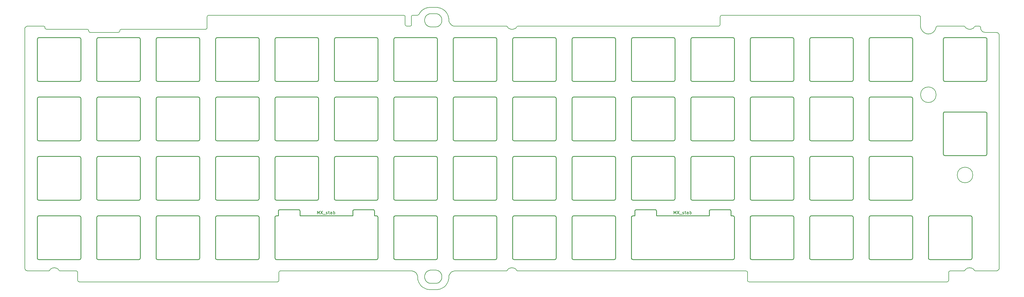
<source format=gbr>
G04 #@! TF.GenerationSoftware,KiCad,Pcbnew,8.0.2-1.fc39*
G04 #@! TF.CreationDate,2024-05-29T21:02:28-04:00*
G04 #@! TF.ProjectId,KeychronQ9OrthoIntegrated,4b657963-6872-46f6-9e51-394f7274686f,rev?*
G04 #@! TF.SameCoordinates,Original*
G04 #@! TF.FileFunction,Other,Comment*
%FSLAX46Y46*%
G04 Gerber Fmt 4.6, Leading zero omitted, Abs format (unit mm)*
G04 Created by KiCad (PCBNEW 8.0.2-1.fc39) date 2024-05-29 21:02:28*
%MOMM*%
%LPD*%
G01*
G04 APERTURE LIST*
%ADD10C,0.250000*%
%ADD11C,0.200000*%
%ADD12C,0.150000*%
G04 APERTURE END LIST*
D10*
X76039998Y-18410000D02*
X89039998Y-18410000D01*
X216977267Y-74060005D02*
X216904880Y-73800736D01*
X216715596Y-73620352D01*
X216477267Y-73560005D01*
X108089993Y-18410000D02*
X108349261Y-18482386D01*
X108529645Y-18671670D01*
X108589993Y-18910000D01*
X89040259Y-51460005D02*
X76040259Y-51460005D01*
D11*
X95896254Y-96235005D02*
X95896254Y-93735005D01*
D10*
X127640003Y-31910000D02*
X127567616Y-32169268D01*
X127378332Y-32349652D01*
X127140003Y-32410000D01*
D11*
X169214018Y-15033074D02*
X169085893Y-14860023D01*
X168903151Y-14756381D01*
X168760648Y-14735005D01*
D10*
X165740262Y-89060005D02*
X165740262Y-76060005D01*
X18390261Y-37960005D02*
X18462647Y-37700736D01*
X18651931Y-37520352D01*
X18890261Y-37460005D01*
D11*
X318402508Y-62472005D02*
G75*
G02*
X313402508Y-62472005I-2500000J0D01*
G01*
X313402508Y-62472005D02*
G75*
G02*
X318402508Y-62472005I2500000J0D01*
G01*
D10*
X70490258Y-89060005D02*
X70417871Y-89319273D01*
X70228587Y-89499657D01*
X69990258Y-89560005D01*
X247489983Y-70510000D02*
X247230714Y-70437613D01*
X247050330Y-70248329D01*
X246989983Y-70010000D01*
D11*
X136396254Y-14235005D02*
X136396254Y-11735005D01*
X325896254Y-16735005D02*
X322396252Y-16735005D01*
D10*
X222390252Y-89560005D02*
X209390252Y-89560005D01*
X203340269Y-51460005D02*
X190340269Y-51460005D01*
X285090008Y-37960000D02*
X285162394Y-37700731D01*
X285351678Y-37520347D01*
X285590008Y-37460000D01*
X114140003Y-32410000D02*
X113880734Y-32337613D01*
X113700350Y-32148329D01*
X113640003Y-31910000D01*
X127140259Y-75559611D02*
X126553279Y-75559611D01*
X184290259Y-37460005D02*
X184549527Y-37532391D01*
X184729911Y-37721675D01*
X184790259Y-37960005D01*
X208890252Y-70010005D02*
X208890252Y-57010005D01*
X222889990Y-18910000D02*
X222889990Y-31910000D01*
X266539998Y-75559611D02*
X279539998Y-75559611D01*
X184290259Y-56510005D02*
X184549527Y-56582391D01*
X184729911Y-56771675D01*
X184790259Y-57010005D01*
X227939985Y-31910000D02*
X227939985Y-18910000D01*
X114140264Y-37460005D02*
X127140264Y-37460005D01*
D11*
X144646254Y-14985005D02*
X146146254Y-14985005D01*
D10*
X222389990Y-18410000D02*
X222649258Y-18482386D01*
X222829642Y-18671670D01*
X222889990Y-18910000D01*
X76040259Y-37460005D02*
X89040259Y-37460005D01*
X246989988Y-89059611D02*
X247062374Y-89318879D01*
X247251658Y-89499263D01*
X247489988Y-89559611D01*
X127640259Y-89059611D02*
X127640259Y-76059611D01*
X127640003Y-18910000D02*
X127640003Y-31910000D01*
X279539998Y-75559611D02*
X279799266Y-75631997D01*
X279979650Y-75821281D01*
X280039998Y-76059611D01*
X108590254Y-37960005D02*
X108590254Y-50960005D01*
X152240259Y-70510005D02*
X151980990Y-70437618D01*
X151800606Y-70248334D01*
X151740259Y-70010005D01*
X69990258Y-37460005D02*
X70249526Y-37532391D01*
X70429910Y-37721675D01*
X70490258Y-37960005D01*
X31890000Y-32410000D02*
X18890000Y-32410000D01*
X222890252Y-57010005D02*
X222890252Y-70010005D01*
X208890252Y-37960005D02*
X208962638Y-37700736D01*
X209151922Y-37520352D01*
X209390252Y-37460005D01*
X37940256Y-89560005D02*
X37680987Y-89487618D01*
X37500603Y-89298334D01*
X37440256Y-89060005D01*
X280039998Y-50960000D02*
X279967611Y-51219268D01*
X279778327Y-51399652D01*
X279539998Y-51460000D01*
D11*
X307103408Y-14735018D02*
X306906500Y-14776367D01*
X306732468Y-14905422D01*
X306625143Y-15099658D01*
X306608985Y-15167190D01*
D10*
X165739998Y-31910000D02*
X165667611Y-32169268D01*
X165478327Y-32349652D01*
X165239998Y-32410000D01*
X75540259Y-76060005D02*
X75612645Y-75800736D01*
X75801929Y-75620352D01*
X76040259Y-75560005D01*
X190340269Y-51460005D02*
X190081000Y-51387618D01*
X189900616Y-51198334D01*
X189840269Y-50960005D01*
X70489996Y-31910000D02*
X70417609Y-32169268D01*
X70228325Y-32349652D01*
X69989996Y-32410000D01*
X189840008Y-18910000D02*
X189912394Y-18650731D01*
X190101678Y-18470347D01*
X190340008Y-18410000D01*
X203340269Y-75560005D02*
X203599537Y-75632391D01*
X203779921Y-75821675D01*
X203840269Y-76060005D01*
X210477267Y-73560005D02*
X210217998Y-73632391D01*
X210037614Y-73821675D01*
X209977267Y-74060005D01*
X171290259Y-75560005D02*
X184290259Y-75560005D01*
D11*
X311146254Y-93235005D02*
X315508930Y-93235002D01*
D10*
X209390252Y-70510005D02*
X209130983Y-70437618D01*
X208950599Y-70248334D01*
X208890252Y-70010005D01*
D11*
X322396252Y-16735005D02*
X322168608Y-16717639D01*
X321951471Y-16667274D01*
X321747434Y-16586504D01*
X321559094Y-16477925D01*
X321389047Y-16344132D01*
X321239887Y-16187721D01*
X321114210Y-16011288D01*
X321014613Y-15817428D01*
X320943689Y-15608736D01*
X320904035Y-15387808D01*
X320896254Y-15235007D01*
D10*
X51439995Y-18910000D02*
X51439995Y-31910000D01*
X108590254Y-50960005D02*
X108517867Y-51219273D01*
X108328583Y-51399657D01*
X108090254Y-51460005D01*
X228439985Y-18410000D02*
X241439985Y-18410000D01*
D11*
X14396254Y-92235005D02*
X14416570Y-92436539D01*
X14494864Y-92668546D01*
X14624605Y-92871097D01*
X14797937Y-93036340D01*
X15007008Y-93156420D01*
X15243963Y-93223482D01*
X15396254Y-93235005D01*
D10*
X31890261Y-51460005D02*
X18890261Y-51460005D01*
X89540259Y-37960005D02*
X89540259Y-50960005D01*
X37940256Y-70510005D02*
X37680987Y-70437618D01*
X37500603Y-70248334D01*
X37440256Y-70010005D01*
X240353267Y-73560005D02*
X234353267Y-73560005D01*
D11*
X144646254Y-92984992D02*
X146146254Y-92984992D01*
D10*
X69990258Y-75560005D02*
X70249526Y-75632391D01*
X70429910Y-75821675D01*
X70490258Y-76060005D01*
X146690259Y-57010005D02*
X146690259Y-70010005D01*
X151740272Y-76060005D02*
X151812658Y-75800736D01*
X152001942Y-75620352D01*
X152240272Y-75560005D01*
X102677279Y-74059611D02*
X102604892Y-73800342D01*
X102415608Y-73619958D01*
X102177279Y-73559611D01*
X280040003Y-18910000D02*
X280040003Y-31910000D01*
D11*
X246146254Y-96235005D02*
X246195754Y-96451277D01*
X246328681Y-96620460D01*
X246521677Y-96719193D01*
X246646254Y-96735005D01*
D10*
X260489988Y-89559611D02*
X247489988Y-89559611D01*
X266540003Y-32410000D02*
X266280734Y-32337613D01*
X266100350Y-32148329D01*
X266040003Y-31910000D01*
X165740259Y-57010005D02*
X165740259Y-70010005D01*
X56989996Y-18410000D02*
X69989996Y-18410000D01*
X260989998Y-37960000D02*
X260989998Y-50960000D01*
D11*
X73396254Y-11235005D02*
X73179981Y-11284505D01*
X73010798Y-11417432D01*
X72912065Y-11610428D01*
X72896254Y-11735005D01*
D10*
X51440256Y-57010005D02*
X51440256Y-70010005D01*
X18890261Y-51460005D02*
X18630992Y-51387618D01*
X18450608Y-51198334D01*
X18390261Y-50960005D01*
X127140264Y-70510005D02*
X114140264Y-70510005D01*
D11*
X306608985Y-15167190D02*
X306559955Y-15388419D01*
X306491854Y-15601817D01*
X306405634Y-15806433D01*
X306302248Y-16001314D01*
X306182648Y-16185506D01*
X306047787Y-16358059D01*
X305898616Y-16518018D01*
X305736089Y-16664433D01*
X305561158Y-16796349D01*
X305374775Y-16912815D01*
X305177893Y-17012879D01*
X304971465Y-17095587D01*
X304756442Y-17159988D01*
X304533778Y-17205128D01*
X304304425Y-17230056D01*
X304069335Y-17233819D01*
D10*
X132689998Y-18910000D02*
X132762384Y-18650731D01*
X132951668Y-18470347D01*
X133189998Y-18410000D01*
X216477267Y-73560005D02*
X210477267Y-73560005D01*
D11*
X31396254Y-96235005D02*
X31445754Y-96451277D01*
X31578681Y-96620460D01*
X31771677Y-96719193D01*
X31896254Y-96735005D01*
D10*
X50940256Y-51460005D02*
X37940256Y-51460005D01*
X96177279Y-73559611D02*
X95918010Y-73631997D01*
X95737626Y-73821281D01*
X95677279Y-74059611D01*
X208890252Y-89060005D02*
X208890252Y-76060005D01*
X309402508Y-42222500D02*
X322402508Y-42222500D01*
X113640264Y-70010005D02*
X113640264Y-57010005D01*
X51440256Y-50960005D02*
X51367869Y-51219273D01*
X51178585Y-51399657D01*
X50940256Y-51460005D01*
X165239998Y-18410000D02*
X165499266Y-18482386D01*
X165679650Y-18671670D01*
X165739998Y-18910000D01*
D11*
X304069335Y-17233819D02*
X303816636Y-17212855D01*
X303572370Y-17166330D01*
X303337623Y-17095671D01*
X303113480Y-17002307D01*
X302901029Y-16887668D01*
X302701354Y-16753182D01*
X302515541Y-16600278D01*
X302344678Y-16430385D01*
X302189849Y-16244932D01*
X302052141Y-16045347D01*
X301932639Y-15833060D01*
X301832430Y-15609500D01*
X301752599Y-15376095D01*
X301694234Y-15134273D01*
X301658418Y-14885466D01*
X301646240Y-14631100D01*
D10*
X279539998Y-51460000D02*
X266539998Y-51460000D01*
D11*
X150396254Y-12734988D02*
X150391023Y-12529952D01*
X150375502Y-12327517D01*
X150349946Y-12127939D01*
X150269758Y-11738376D01*
X150152510Y-11363315D01*
X150000252Y-11004807D01*
X149815035Y-10664903D01*
X149598909Y-10345653D01*
X149353927Y-10049108D01*
X149082137Y-9777318D01*
X148785592Y-9532336D01*
X148466342Y-9316210D01*
X148126438Y-9130993D01*
X147767930Y-8978735D01*
X147392869Y-8861487D01*
X147003306Y-8781299D01*
X146803728Y-8755743D01*
X146601293Y-8740222D01*
X146396258Y-8734992D01*
D10*
X171289998Y-32410000D02*
X171030729Y-32337613D01*
X170850345Y-32148329D01*
X170789998Y-31910000D01*
X31890261Y-89560005D02*
X18890261Y-89560005D01*
X246989998Y-18910000D02*
X247062384Y-18650731D01*
X247251668Y-18470347D01*
X247489998Y-18410000D01*
X89040259Y-56510005D02*
X89299527Y-56582391D01*
X89479911Y-56771675D01*
X89540259Y-57010005D01*
X127640264Y-50960005D02*
X127567877Y-51219273D01*
X127378593Y-51399657D01*
X127140264Y-51460005D01*
X248077010Y-75559611D02*
X247489988Y-75559611D01*
X76040259Y-51460005D02*
X75780990Y-51387618D01*
X75600606Y-51198334D01*
X75540259Y-50960005D01*
X170789998Y-31910000D02*
X170789998Y-18910000D01*
D11*
X237396254Y-14122633D02*
X237358938Y-14332626D01*
X237255965Y-14511577D01*
X237100797Y-14646024D01*
X236906894Y-14722506D01*
X236783882Y-14735005D01*
X138396254Y-11735005D02*
X138396254Y-14235005D01*
D10*
X184290259Y-51460005D02*
X171290259Y-51460005D01*
X322402508Y-18410000D02*
X322661776Y-18482386D01*
X322842160Y-18671670D01*
X322902508Y-18910000D01*
X132690262Y-76060005D02*
X132762648Y-75800736D01*
X132951932Y-75620352D01*
X133190262Y-75560005D01*
X280039998Y-76059611D02*
X280039998Y-89059611D01*
D11*
X34896253Y-16235006D02*
X34896253Y-16235005D01*
X236783882Y-14735005D02*
X172533579Y-14735007D01*
D10*
X170789998Y-18910000D02*
X170862384Y-18650731D01*
X171051668Y-18470347D01*
X171289998Y-18410000D01*
X126553279Y-74059611D02*
X126480892Y-73800342D01*
X126291608Y-73619958D01*
X126053279Y-73559611D01*
X227940247Y-70010005D02*
X227940247Y-57010005D01*
X208889990Y-18910000D02*
X208962376Y-18650731D01*
X209151660Y-18470347D01*
X209389990Y-18410000D01*
X309402508Y-56222500D02*
X309143239Y-56150113D01*
X308962855Y-55960829D01*
X308902508Y-55722500D01*
D11*
X144396250Y-99235005D02*
X146396260Y-99235005D01*
D10*
X322902508Y-18910000D02*
X322902508Y-31910000D01*
X165240272Y-89560005D02*
X152240272Y-89560005D01*
X203840008Y-18910000D02*
X203840008Y-31910000D01*
D11*
X44896253Y-16235004D02*
X44896253Y-16235005D01*
D10*
X18890261Y-37460005D02*
X31890261Y-37460005D01*
X133190262Y-89560005D02*
X132930993Y-89487618D01*
X132750609Y-89298334D01*
X132690262Y-89060005D01*
D11*
X301646254Y-12127840D02*
X301633755Y-11911880D01*
X301585628Y-11686071D01*
X301486680Y-11477723D01*
X301325154Y-11317494D01*
X301126816Y-11242294D01*
X301033881Y-11235005D01*
D10*
X89039998Y-32410000D02*
X76039998Y-32410000D01*
X184290259Y-89560005D02*
X171290259Y-89560005D01*
X247489998Y-51460000D02*
X247230729Y-51387613D01*
X247050345Y-51198329D01*
X246989998Y-50960000D01*
X113640264Y-57010005D02*
X113712650Y-56750736D01*
X113901934Y-56570352D01*
X114140264Y-56510005D01*
X56990258Y-37460005D02*
X69990258Y-37460005D01*
X37440256Y-57010005D02*
X37512642Y-56750736D01*
X37701926Y-56570352D01*
X37940256Y-56510005D01*
X51440256Y-37960005D02*
X51440256Y-50960005D01*
X240853267Y-74060005D02*
X240780880Y-73800736D01*
X240591596Y-73620352D01*
X240353267Y-73560005D01*
X171290259Y-70510005D02*
X171030990Y-70437618D01*
X170850606Y-70248334D01*
X170790259Y-70010005D01*
X37940256Y-56510005D02*
X50940256Y-56510005D01*
X228440247Y-56510005D02*
X241440247Y-56510005D01*
X70490258Y-70010005D02*
X70417871Y-70269273D01*
X70228587Y-70449657D01*
X69990258Y-70510005D01*
X247489988Y-89559611D02*
X247230719Y-89487224D01*
X247050335Y-89297940D01*
X246989988Y-89059611D01*
D11*
X310646254Y-96235005D02*
X310646254Y-93735005D01*
X72896253Y-15235004D02*
X72896253Y-15235005D01*
D10*
X18890261Y-75560005D02*
X31890261Y-75560005D01*
X171289998Y-18410000D02*
X184289998Y-18410000D01*
D11*
X138896144Y-11235002D02*
X138679919Y-11284540D01*
X138510773Y-11417476D01*
X138412062Y-11610452D01*
X138396254Y-11735005D01*
D10*
X203340008Y-18410000D02*
X203599276Y-18482386D01*
X203779660Y-18671670D01*
X203840008Y-18910000D01*
X241439985Y-18410000D02*
X241699253Y-18482386D01*
X241879637Y-18671670D01*
X241939985Y-18910000D01*
X260489983Y-70510000D02*
X247489983Y-70510000D01*
X260489988Y-75559611D02*
X260749256Y-75631997D01*
X260929640Y-75821281D01*
X260989988Y-76059611D01*
D11*
X320396254Y-14735006D02*
X319283578Y-14735007D01*
D10*
X18890261Y-89560005D02*
X18630992Y-89487618D01*
X18450608Y-89298334D01*
X18390261Y-89060005D01*
X146690259Y-50960005D02*
X146617872Y-51219273D01*
X146428588Y-51399657D01*
X146190259Y-51460005D01*
X260489998Y-18410000D02*
X260749266Y-18482386D01*
X260929650Y-18671670D01*
X260989998Y-18910000D01*
X113640003Y-18910000D02*
X113712389Y-18650731D01*
X113901673Y-18470347D01*
X114140003Y-18410000D01*
X152240259Y-51460005D02*
X151980990Y-51387618D01*
X151800606Y-51198334D01*
X151740259Y-50960005D01*
X184290259Y-75560005D02*
X184549527Y-75632391D01*
X184729911Y-75821675D01*
X184790259Y-76060005D01*
D11*
X148146254Y-95234992D02*
X148135878Y-95438727D01*
X148105433Y-95636749D01*
X148024382Y-95920828D01*
X147903944Y-96186285D01*
X147747581Y-96429660D01*
X147558754Y-96647492D01*
X147340922Y-96836319D01*
X147097547Y-96992682D01*
X146832090Y-97113120D01*
X146548011Y-97194171D01*
X146349989Y-97224616D01*
X146146254Y-97234992D01*
X44896253Y-16235005D02*
X44846752Y-16451277D01*
X44713825Y-16620460D01*
X44520830Y-16719193D01*
X44396254Y-16735005D01*
D10*
X227940247Y-37960005D02*
X228012633Y-37700736D01*
X228201917Y-37520352D01*
X228440247Y-37460005D01*
X209977269Y-75560005D02*
X209390247Y-75560005D01*
D11*
X136896254Y-14735005D02*
X136679981Y-14685504D01*
X136510798Y-14552577D01*
X136412065Y-14359581D01*
X136396254Y-14235005D01*
D10*
X247489983Y-56510000D02*
X260489983Y-56510000D01*
X285089993Y-70010000D02*
X285089993Y-57010000D01*
X208889990Y-31910000D02*
X208889990Y-18910000D01*
D11*
X238008626Y-11235005D02*
X237798632Y-11272320D01*
X237619681Y-11375293D01*
X237485234Y-11530461D01*
X237408752Y-11724364D01*
X237396254Y-11847377D01*
D10*
X298589993Y-70510000D02*
X285589993Y-70510000D01*
X102677279Y-75559611D02*
X102677279Y-74059611D01*
X285589993Y-70510000D02*
X285330724Y-70437613D01*
X285150340Y-70248329D01*
X285089993Y-70010000D01*
D11*
X31896254Y-96735005D02*
X95396254Y-96735005D01*
D10*
X56990258Y-89560005D02*
X56730989Y-89487618D01*
X56550605Y-89298334D01*
X56490258Y-89060005D01*
X132690262Y-89060005D02*
X132762648Y-89319273D01*
X132951932Y-89499657D01*
X133190262Y-89560005D01*
X133190259Y-56510005D02*
X146190259Y-56510005D01*
X94590259Y-76059611D02*
X94590259Y-89059611D01*
X228440247Y-37460005D02*
X241440247Y-37460005D01*
X56989996Y-32410000D02*
X56730727Y-32337613D01*
X56550343Y-32148329D01*
X56489996Y-31910000D01*
D11*
X148146254Y-12735005D02*
X148135878Y-12531269D01*
X148105433Y-12333247D01*
X148024382Y-12049168D01*
X147903944Y-11783711D01*
X147747581Y-11540336D01*
X147558754Y-11322505D01*
X147340922Y-11133677D01*
X147097547Y-10977314D01*
X146832090Y-10856876D01*
X146548011Y-10775825D01*
X146349989Y-10745380D01*
X146146254Y-10735005D01*
D10*
X170790259Y-50960005D02*
X170790259Y-37960005D01*
X279539998Y-89559611D02*
X266539998Y-89559611D01*
X280039983Y-57010000D02*
X280039983Y-70010000D01*
D11*
X20396254Y-14735005D02*
X15396254Y-14735005D01*
D10*
X260489983Y-56510000D02*
X260749251Y-56582386D01*
X260929635Y-56771670D01*
X260989983Y-57010000D01*
X260989998Y-50960000D02*
X260917611Y-51219268D01*
X260728327Y-51399652D01*
X260489998Y-51460000D01*
D11*
X325896254Y-93235005D02*
X326097788Y-93214688D01*
X326329795Y-93136394D01*
X326532346Y-93006653D01*
X326697589Y-92833321D01*
X326817669Y-92624250D01*
X326884731Y-92387295D01*
X326896254Y-92235005D01*
D10*
X209390252Y-51460005D02*
X209130983Y-51387618D01*
X208950599Y-51198334D01*
X208890252Y-50960005D01*
X32390261Y-50960005D02*
X32317874Y-51219273D01*
X32128590Y-51399657D01*
X31890261Y-51460005D01*
X222390252Y-51460005D02*
X209390252Y-51460005D01*
X189840008Y-31910000D02*
X189840008Y-18910000D01*
X120053279Y-73559611D02*
X119794010Y-73631997D01*
X119613626Y-73821281D01*
X119553279Y-74059611D01*
X266539998Y-37460000D02*
X279539998Y-37460000D01*
X94590254Y-50960005D02*
X94590254Y-37960005D01*
D11*
X318828433Y-92936880D02*
X318957118Y-93109958D01*
X319140786Y-93213620D01*
X319283578Y-93235002D01*
D10*
X165240259Y-51460005D02*
X152240259Y-51460005D01*
D11*
X318828439Y-15033124D02*
X318712553Y-15214890D01*
X318547456Y-15376121D01*
X318339454Y-15512611D01*
X318146400Y-15601165D01*
X317933155Y-15669040D01*
X317702947Y-15714084D01*
X317459006Y-15734145D01*
X317396254Y-15735005D01*
X144646254Y-10735005D02*
X144442518Y-10745380D01*
X144244496Y-10775825D01*
X143960417Y-10856876D01*
X143694960Y-10977314D01*
X143451585Y-11133677D01*
X143233754Y-11322505D01*
X143044926Y-11540336D01*
X142888563Y-11783711D01*
X142768125Y-12049168D01*
X142687074Y-12333247D01*
X142656629Y-12531269D01*
X142646254Y-12735005D01*
D10*
X241440247Y-89560005D02*
X228440247Y-89560005D01*
X280040003Y-31910000D02*
X279967616Y-32169268D01*
X279778332Y-32349652D01*
X279540003Y-32410000D01*
X18390261Y-76060005D02*
X18462647Y-75800736D01*
X18651931Y-75620352D01*
X18890261Y-75560005D01*
X108589993Y-18910000D02*
X108589993Y-31910000D01*
X50939995Y-32410000D02*
X37939995Y-32410000D01*
D11*
X23896254Y-92235005D02*
X24143131Y-92248484D01*
X24377083Y-92287487D01*
X24594878Y-92349860D01*
X24793288Y-92433451D01*
X24969083Y-92536105D01*
X25152103Y-92687953D01*
X25288432Y-92862018D01*
X25328478Y-92936924D01*
X140811632Y-10965466D02*
X140681215Y-11124937D01*
X140497454Y-11216368D01*
X140358869Y-11234673D01*
D10*
X37940256Y-37460005D02*
X50940256Y-37460005D01*
X285590008Y-18410000D02*
X298590008Y-18410000D01*
X228440247Y-70510005D02*
X228180978Y-70437618D01*
X228000594Y-70248334D01*
X227940247Y-70010005D01*
X299090008Y-50960000D02*
X299017621Y-51219268D01*
X298828337Y-51399652D01*
X298590008Y-51460000D01*
D11*
X21396253Y-15735005D02*
X21179980Y-15685504D01*
X21010797Y-15552577D01*
X20912064Y-15359582D01*
X20896253Y-15235006D01*
D10*
X285590008Y-37460000D02*
X298590008Y-37460000D01*
X170790259Y-89060005D02*
X170790259Y-76060005D01*
X56990258Y-75560005D02*
X69990258Y-75560005D01*
X322402508Y-42222500D02*
X322661776Y-42294886D01*
X322842160Y-42484170D01*
X322902508Y-42722500D01*
X51440256Y-76060005D02*
X51440256Y-89060005D01*
X260989998Y-18910000D02*
X260989998Y-31910000D01*
X322902508Y-55722500D02*
X322830121Y-55981768D01*
X322640837Y-56162152D01*
X322402508Y-56222500D01*
X240853266Y-75560005D02*
X240853267Y-74060005D01*
X32390000Y-18910000D02*
X32390000Y-31910000D01*
X190340008Y-32410000D02*
X190080739Y-32337613D01*
X189900355Y-32148329D01*
X189840008Y-31910000D01*
D11*
X146396260Y-99235005D02*
X146601295Y-99229774D01*
X146803730Y-99214253D01*
X147003308Y-99188697D01*
X147392871Y-99108509D01*
X147767931Y-98991261D01*
X148126439Y-98839003D01*
X148466343Y-98653786D01*
X148785593Y-98437661D01*
X149082138Y-98192678D01*
X149353927Y-97920889D01*
X149598910Y-97624344D01*
X149815035Y-97305094D01*
X150000252Y-96965190D01*
X150152510Y-96606682D01*
X150269758Y-96231622D01*
X150349946Y-95842059D01*
X150375502Y-95642481D01*
X150391023Y-95440046D01*
X150396254Y-95235011D01*
D10*
X114140264Y-56510005D02*
X127140264Y-56510005D01*
X69989996Y-32410000D02*
X56989996Y-32410000D01*
X51440256Y-70010005D02*
X51367869Y-70269273D01*
X51178585Y-70449657D01*
X50940256Y-70510005D01*
X318139988Y-76060010D02*
X318139988Y-89060010D01*
X94590259Y-89059611D02*
X94662645Y-89318879D01*
X94851929Y-89499263D01*
X95090259Y-89559611D01*
X146689998Y-31910000D02*
X146617611Y-32169268D01*
X146428327Y-32349652D01*
X146189998Y-32410000D01*
X190340008Y-18410000D02*
X203340008Y-18410000D01*
X108089993Y-32410000D02*
X95089993Y-32410000D01*
X184790259Y-89060005D02*
X184717872Y-89319273D01*
X184528588Y-89499657D01*
X184290259Y-89560005D01*
X241940247Y-89060005D02*
X241940247Y-76060005D01*
X95089993Y-32410000D02*
X94830724Y-32337613D01*
X94650340Y-32148329D01*
X94589993Y-31910000D01*
X75540259Y-89060005D02*
X75540259Y-76060005D01*
X37439995Y-31910000D02*
X37439995Y-18910000D01*
X189840269Y-70010005D02*
X189840269Y-57010005D01*
X151740259Y-37960005D02*
X151812645Y-37700736D01*
X152001929Y-37520352D01*
X152240259Y-37460005D01*
X203340269Y-89560005D02*
X190340269Y-89560005D01*
X260489998Y-32410000D02*
X247489998Y-32410000D01*
X241440247Y-89560005D02*
X241699515Y-89487618D01*
X241879899Y-89298334D01*
X241940247Y-89060005D01*
X89540259Y-57010005D02*
X89540259Y-70010005D01*
X209389990Y-32410000D02*
X209130721Y-32337613D01*
X208950337Y-32148329D01*
X208889990Y-31910000D01*
X146690262Y-89060005D02*
X146617875Y-89319273D01*
X146428591Y-89499657D01*
X146190262Y-89560005D01*
X285590008Y-89560010D02*
X285330739Y-89487623D01*
X285150355Y-89298339D01*
X285090008Y-89060010D01*
X126053279Y-73559611D02*
X120053279Y-73559611D01*
X89040259Y-37460005D02*
X89299527Y-37532391D01*
X89479911Y-37721675D01*
X89540259Y-37960005D01*
X37440256Y-70010005D02*
X37440256Y-57010005D01*
X108590254Y-70010005D02*
X108517867Y-70269273D01*
X108328583Y-70449657D01*
X108090254Y-70510005D01*
X108590254Y-57010005D02*
X108590254Y-70010005D01*
X171290259Y-56510005D02*
X184290259Y-56510005D01*
X266039998Y-37960000D02*
X266112384Y-37700731D01*
X266301668Y-37520347D01*
X266539998Y-37460000D01*
X132690262Y-89060005D02*
X132690262Y-76060005D01*
X165240259Y-37460005D02*
X165499527Y-37532391D01*
X165679911Y-37721675D01*
X165740259Y-37960005D01*
X285089993Y-57010000D02*
X285162379Y-56750731D01*
X285351663Y-56570347D01*
X285589993Y-56510000D01*
D11*
X246146254Y-93735005D02*
X246146254Y-96235005D01*
D10*
X146690259Y-37960005D02*
X146690259Y-50960005D01*
X266039998Y-76059611D02*
X266112384Y-75800342D01*
X266301668Y-75619958D01*
X266539998Y-75559611D01*
X69990258Y-51460005D02*
X56990258Y-51460005D01*
X317639988Y-89560010D02*
X304639988Y-89560010D01*
X108090254Y-70510005D02*
X95090254Y-70510005D01*
X216977267Y-75560004D02*
X216977267Y-74060005D01*
D11*
X140396254Y-95235003D02*
X140396254Y-95235009D01*
D10*
X285090008Y-18910000D02*
X285162394Y-18650731D01*
X285351678Y-18470347D01*
X285590008Y-18410000D01*
D11*
X168760648Y-14735005D02*
X168493324Y-14735004D01*
X168164087Y-14735004D01*
X167777551Y-14735004D01*
X167338334Y-14735004D01*
X166851052Y-14735004D01*
X166320323Y-14735004D01*
X165750764Y-14735004D01*
X165146991Y-14735004D01*
X164513622Y-14735004D01*
X163855272Y-14735004D01*
X163176560Y-14735004D01*
X162482102Y-14735004D01*
X161776514Y-14735003D01*
X161064414Y-14735003D01*
X160350418Y-14735003D01*
X159639145Y-14735003D01*
X158935209Y-14735002D01*
X158243228Y-14735002D01*
X157567820Y-14735001D01*
X156913601Y-14735001D01*
X156285187Y-14735000D01*
X155687196Y-14735000D01*
X155124245Y-14734999D01*
X154600951Y-14734999D01*
X154121929Y-14734998D01*
X153691798Y-14734997D01*
X153315175Y-14734996D01*
X152996675Y-14734996D01*
X152740916Y-14734995D01*
X152436088Y-14734993D01*
X152396254Y-14734992D01*
X135896254Y-11235005D02*
X73396254Y-11235005D01*
D10*
X308902508Y-55722500D02*
X308902508Y-42722500D01*
X203840269Y-50960005D02*
X203767882Y-51219273D01*
X203578598Y-51399657D01*
X203340269Y-51460005D01*
D11*
X310146254Y-96735005D02*
X310362526Y-96685504D01*
X310531709Y-96552577D01*
X310630442Y-96359581D01*
X310646254Y-96235005D01*
X301646240Y-14631100D02*
X301646241Y-14421292D01*
X301646242Y-14206985D01*
X301646243Y-13990666D01*
X301646244Y-13774826D01*
X301646245Y-13561952D01*
X301646247Y-13354532D01*
X301646248Y-13059075D01*
X301646250Y-12789889D01*
X301646251Y-12555374D01*
X301646252Y-12311135D01*
X301646254Y-12127840D01*
D10*
X50939995Y-18410000D02*
X51199263Y-18482386D01*
X51379647Y-18671670D01*
X51439995Y-18910000D01*
X299090008Y-18910000D02*
X299090008Y-31910000D01*
X146189998Y-18410000D02*
X146449266Y-18482386D01*
X146629650Y-18671670D01*
X146689998Y-18910000D01*
X89540259Y-89060005D02*
X89467872Y-89319273D01*
X89278588Y-89499657D01*
X89040259Y-89560005D01*
X246989983Y-57010000D02*
X247062369Y-56750731D01*
X247251653Y-56570347D01*
X247489983Y-56510000D01*
D11*
X315508930Y-93235002D02*
X315717780Y-93187923D01*
X315885418Y-93059058D01*
X315964080Y-92936874D01*
X152396254Y-14734992D02*
X152192518Y-14724616D01*
X151994496Y-14694171D01*
X151710417Y-14613120D01*
X151444960Y-14492682D01*
X151201585Y-14336319D01*
X150983754Y-14147492D01*
X150794926Y-13929660D01*
X150638563Y-13686285D01*
X150518125Y-13420828D01*
X150437074Y-13136749D01*
X150406629Y-12938727D01*
X150396254Y-12734992D01*
D10*
X279540003Y-32410000D02*
X266540003Y-32410000D01*
D11*
X326896254Y-17735005D02*
X326875843Y-17534126D01*
X326797253Y-17302459D01*
X326667164Y-17099860D01*
X326493588Y-16934341D01*
X326284535Y-16813911D01*
X326048016Y-16746581D01*
X325896254Y-16735005D01*
D10*
X222889990Y-31910000D02*
X222817603Y-32169268D01*
X222628319Y-32349652D01*
X222389990Y-32410000D01*
X189840269Y-37960005D02*
X189912655Y-37700736D01*
X190101939Y-37520352D01*
X190340269Y-37460005D01*
X222389990Y-32410000D02*
X209389990Y-32410000D01*
X309402508Y-32410000D02*
X309143239Y-32337613D01*
X308962855Y-32148329D01*
X308902508Y-31910000D01*
X285090008Y-31910000D02*
X285090008Y-18910000D01*
D11*
X317396254Y-15735005D02*
X317149383Y-15721526D01*
X316915437Y-15682525D01*
X316697647Y-15620155D01*
X316499242Y-15536568D01*
X316323451Y-15433918D01*
X316140434Y-15282078D01*
X316004106Y-15108020D01*
X315964062Y-15033118D01*
D10*
X170790259Y-70010005D02*
X170790259Y-57010005D01*
X203840269Y-89060005D02*
X203767882Y-89319273D01*
X203578598Y-89499657D01*
X203340269Y-89560005D01*
X241940247Y-76060005D02*
X241940247Y-89060005D01*
X75540259Y-57010005D02*
X75612645Y-56750736D01*
X75801929Y-56570352D01*
X76040259Y-56510005D01*
X56490258Y-37960005D02*
X56562644Y-37700736D01*
X56751928Y-37520352D01*
X56990258Y-37460005D01*
D11*
X237396254Y-11847377D02*
X237396254Y-14122633D01*
D10*
X203340269Y-70510005D02*
X190340269Y-70510005D01*
X266039998Y-50960000D02*
X266039998Y-37960000D01*
D11*
X319283578Y-93235002D02*
X325896254Y-93235005D01*
D10*
X75540259Y-70010005D02*
X75540259Y-57010005D01*
X222890252Y-37960005D02*
X222890252Y-50960005D01*
X146190259Y-70510005D02*
X133190259Y-70510005D01*
X18390261Y-50960005D02*
X18390261Y-37960005D01*
X279539988Y-75559611D02*
X278953007Y-75559611D01*
X209977267Y-74060005D02*
X209977267Y-74349219D01*
X209977267Y-74601539D01*
X209977267Y-74880225D01*
X209977267Y-75150122D01*
X209977268Y-75421576D01*
X209977269Y-75560005D01*
X190340269Y-89560005D02*
X190081000Y-89487618D01*
X189900616Y-89298334D01*
X189840269Y-89060005D01*
D11*
X150396254Y-95235005D02*
X150406629Y-95031269D01*
X150437074Y-94833247D01*
X150518125Y-94549168D01*
X150638563Y-94283711D01*
X150794926Y-94040336D01*
X150983754Y-93822505D01*
X151201585Y-93633677D01*
X151444960Y-93477314D01*
X151710417Y-93356876D01*
X151994496Y-93275825D01*
X152192518Y-93245380D01*
X152396254Y-93235005D01*
D10*
X298590008Y-37460000D02*
X298849276Y-37532386D01*
X299029660Y-37721670D01*
X299090008Y-37960000D01*
X246989998Y-31910000D02*
X246989998Y-18910000D01*
X146190262Y-75560005D02*
X146449530Y-75632391D01*
X146629914Y-75821675D01*
X146690262Y-76060005D01*
X189840269Y-89060005D02*
X189840269Y-76060005D01*
X37940256Y-51460005D02*
X37680987Y-51387618D01*
X37500603Y-51198334D01*
X37440256Y-50960005D01*
X189840269Y-57010005D02*
X189912655Y-56750736D01*
X190101939Y-56570352D01*
X190340269Y-56510005D01*
X133190262Y-75560005D02*
X132930993Y-75632391D01*
X132750609Y-75821675D01*
X132690262Y-76060005D01*
X279539983Y-70510000D02*
X266539983Y-70510000D01*
X247489998Y-18410000D02*
X260489998Y-18410000D01*
D11*
X34896253Y-16235005D02*
X34846752Y-16018732D01*
X34713825Y-15849549D01*
X34520830Y-15750816D01*
X34396254Y-15735005D01*
D10*
X209390252Y-89560005D02*
X209130983Y-89487618D01*
X208950599Y-89298334D01*
X208890252Y-89060005D01*
X203340269Y-37460005D02*
X203599537Y-37532391D01*
X203779921Y-37721675D01*
X203840269Y-37960005D01*
X266539998Y-89559611D02*
X266280729Y-89487224D01*
X266100345Y-89297940D01*
X266039998Y-89059611D01*
X37939995Y-18410000D02*
X50939995Y-18410000D01*
X299089993Y-70010000D02*
X299017606Y-70269268D01*
X298828322Y-70449652D01*
X298589993Y-70510000D01*
X56490258Y-50960005D02*
X56490258Y-37960005D01*
D11*
X172533579Y-14735007D02*
X172324740Y-14782080D01*
X172157112Y-14910933D01*
X172078457Y-15033108D01*
D10*
X298590008Y-32410000D02*
X285590008Y-32410000D01*
D11*
X142646254Y-12735005D02*
X142646254Y-12985005D01*
X140396254Y-95235009D02*
X140401484Y-95440044D01*
X140417005Y-95642479D01*
X140442561Y-95842057D01*
X140522749Y-96231620D01*
X140639997Y-96606681D01*
X140792255Y-96965189D01*
X140977472Y-97305093D01*
X141193598Y-97624343D01*
X141438580Y-97920888D01*
X141710370Y-98192678D01*
X142006915Y-98437660D01*
X142326165Y-98653786D01*
X142666069Y-98839003D01*
X143024577Y-98991261D01*
X143399638Y-99108509D01*
X143789201Y-99188697D01*
X143988779Y-99214253D01*
X144191214Y-99229774D01*
X144396250Y-99235005D01*
D10*
X266539983Y-56510000D02*
X279539983Y-56510000D01*
X203840269Y-57010005D02*
X203840269Y-70010005D01*
X266040003Y-31910000D02*
X266040003Y-18910000D01*
X95090254Y-37460005D02*
X108090254Y-37460005D01*
X203840269Y-76060005D02*
X203840269Y-89060005D01*
X152240272Y-89560005D02*
X151981003Y-89487618D01*
X151800619Y-89298334D01*
X151740272Y-89060005D01*
D11*
X152396254Y-93235005D02*
X168758930Y-93235005D01*
D10*
X241440247Y-70510005D02*
X228440247Y-70510005D01*
X260989988Y-76059611D02*
X260989988Y-89059611D01*
X133190259Y-37460005D02*
X146190259Y-37460005D01*
X75540259Y-50960005D02*
X75540259Y-37960005D01*
X95090259Y-75559611D02*
X94830990Y-75631997D01*
X94650606Y-75821281D01*
X94590259Y-76059611D01*
X50940256Y-70510005D02*
X37940256Y-70510005D01*
D11*
X45396253Y-15735005D02*
X45179980Y-15784505D01*
X45010797Y-15917432D01*
X44912064Y-16110427D01*
X44896253Y-16235004D01*
D10*
X285090008Y-89060010D02*
X285090008Y-76060010D01*
X299090008Y-37960000D02*
X299090008Y-50960000D01*
X170790259Y-57010005D02*
X170862645Y-56750736D01*
X171051929Y-56570352D01*
X171290259Y-56510005D01*
D11*
X20896253Y-15235006D02*
X20896253Y-15235005D01*
D10*
X227940247Y-57010005D02*
X228012633Y-56750736D01*
X228201917Y-56570352D01*
X228440247Y-56510005D01*
X308902508Y-42722500D02*
X308974894Y-42463231D01*
X309164178Y-42282847D01*
X309402508Y-42222500D01*
X208890252Y-57010005D02*
X208962638Y-56750736D01*
X209151922Y-56570352D01*
X209390252Y-56510005D01*
X114140264Y-51460005D02*
X113880995Y-51387618D01*
X113700611Y-51198334D01*
X113640264Y-50960005D01*
X266039983Y-57010000D02*
X266112369Y-56750731D01*
X266301653Y-56570347D01*
X266539983Y-56510000D01*
D11*
X170646254Y-15735005D02*
X170399373Y-15721525D01*
X170165420Y-15682521D01*
X169947622Y-15620147D01*
X169749210Y-15536555D01*
X169573414Y-15433898D01*
X169390392Y-15282048D01*
X169254063Y-15107980D01*
X169214018Y-15033074D01*
D10*
X170790259Y-76060005D02*
X170862645Y-75800736D01*
X171051929Y-75620352D01*
X171290259Y-75560005D01*
X114140264Y-70510005D02*
X113880995Y-70437618D01*
X113700611Y-70248334D01*
X113640264Y-70010005D01*
X165739998Y-18910000D02*
X165739998Y-31910000D01*
X114140003Y-18410000D02*
X127140003Y-18410000D01*
X184790259Y-50960005D02*
X184717872Y-51219273D01*
X184528588Y-51399657D01*
X184290259Y-51460005D01*
X165740259Y-70010005D02*
X165667872Y-70269273D01*
X165478588Y-70449657D01*
X165240259Y-70510005D01*
X146190259Y-37460005D02*
X146449527Y-37532391D01*
X146629911Y-37721675D01*
X146690259Y-37960005D01*
X76040259Y-56510005D02*
X89040259Y-56510005D01*
X266039983Y-70010000D02*
X266039983Y-57010000D01*
X32390000Y-31910000D02*
X32317613Y-32169268D01*
X32128329Y-32349652D01*
X31890000Y-32410000D01*
X246989983Y-70010000D02*
X246989983Y-57010000D01*
X241940247Y-76060005D02*
X241867860Y-75800736D01*
X241678576Y-75620352D01*
X241440247Y-75560005D01*
X76040259Y-70510005D02*
X75780990Y-70437618D01*
X75600606Y-70248334D01*
X75540259Y-70010005D01*
X95090254Y-56510005D02*
X108090254Y-56510005D01*
X165240259Y-70510005D02*
X152240259Y-70510005D01*
X260989983Y-70010000D02*
X260917596Y-70269268D01*
X260728312Y-70449652D01*
X260489983Y-70510000D01*
X241940247Y-37960005D02*
X241940247Y-50960005D01*
X184789998Y-31910000D02*
X184717611Y-32169268D01*
X184528327Y-32349652D01*
X184289998Y-32410000D01*
X127640264Y-70010005D02*
X127567877Y-70269273D01*
X127378593Y-70449657D01*
X127140264Y-70510005D01*
X151740259Y-50960005D02*
X151740259Y-37960005D01*
X208890247Y-76060005D02*
X208890247Y-89060005D01*
X151740259Y-57010005D02*
X151812645Y-56750736D01*
X152001929Y-56570352D01*
X152240259Y-56510005D01*
D11*
X138396254Y-14235005D02*
X138346753Y-14451277D01*
X138213826Y-14620460D01*
X138020830Y-14719193D01*
X137896254Y-14735005D01*
D10*
X241940247Y-50960005D02*
X241867860Y-51219273D01*
X241678576Y-51399657D01*
X241440247Y-51460005D01*
X56490258Y-76060005D02*
X56562644Y-75800736D01*
X56751928Y-75620352D01*
X56990258Y-75560005D01*
X37440256Y-37960005D02*
X37512642Y-37700736D01*
X37701926Y-37520352D01*
X37940256Y-37460005D01*
X127640259Y-76059611D02*
X127567872Y-75800342D01*
X127378588Y-75619958D01*
X127140259Y-75559611D01*
X298590008Y-75560010D02*
X298849276Y-75632396D01*
X299029660Y-75821680D01*
X299090008Y-76060010D01*
X18390000Y-31910000D02*
X18390000Y-18910000D01*
D11*
X15396254Y-14735005D02*
X15194719Y-14755321D01*
X14962712Y-14833615D01*
X14760161Y-14963356D01*
X14594918Y-15136688D01*
X14474838Y-15345759D01*
X14407776Y-15582714D01*
X14396254Y-15735005D01*
D10*
X209389990Y-18410000D02*
X222389990Y-18410000D01*
D11*
X320896254Y-15235007D02*
X320896254Y-15235004D01*
D10*
X69990258Y-70510005D02*
X56990258Y-70510005D01*
X165240262Y-89560005D02*
X165499530Y-89487618D01*
X165679914Y-89298334D01*
X165740262Y-89060005D01*
X308902508Y-31910000D02*
X308902508Y-18910000D01*
X31890261Y-56510005D02*
X32149529Y-56582391D01*
X32329913Y-56771675D01*
X32390261Y-57010005D01*
X241940247Y-89060005D02*
X241867860Y-89319273D01*
X241678576Y-89499657D01*
X241440247Y-89560005D01*
X171290259Y-51460005D02*
X171030990Y-51387618D01*
X170850606Y-51198334D01*
X170790259Y-50960005D01*
X94590254Y-37960005D02*
X94662640Y-37700736D01*
X94851924Y-37520352D01*
X95090254Y-37460005D01*
X132690259Y-37960005D02*
X132762645Y-37700736D01*
X132951929Y-37520352D01*
X133190259Y-37460005D01*
X247489988Y-75559611D02*
X260489988Y-75559611D01*
X165239998Y-32410000D02*
X152239998Y-32410000D01*
X70490258Y-76060005D02*
X70490258Y-89060005D01*
X127140003Y-32410000D02*
X114140003Y-32410000D01*
X318139988Y-89060010D02*
X318067601Y-89319278D01*
X317878317Y-89499662D01*
X317639988Y-89560010D01*
X94590254Y-57010005D02*
X94662640Y-56750736D01*
X94851924Y-56570352D01*
X95090254Y-56510005D01*
D11*
X315508930Y-14735008D02*
X307103408Y-14735018D01*
D10*
X299090008Y-76060010D02*
X299090008Y-89060010D01*
X165240272Y-75560005D02*
X165499540Y-75632391D01*
X165679924Y-75821675D01*
X165740272Y-76060005D01*
X299089993Y-57010000D02*
X299089993Y-70010000D01*
D11*
X30896256Y-93235005D02*
X31112527Y-93284505D01*
X31281709Y-93417432D01*
X31380442Y-93610426D01*
X31396254Y-93735003D01*
D10*
X241440247Y-75560005D02*
X241699515Y-75632391D01*
X241879899Y-75821675D01*
X241940247Y-76060005D01*
X222390252Y-56510005D02*
X222649520Y-56582391D01*
X222829904Y-56771675D01*
X222890252Y-57010005D01*
X309402508Y-18410000D02*
X322402508Y-18410000D01*
X18890000Y-18410000D02*
X31890000Y-18410000D01*
D11*
X22008930Y-93235004D02*
X22217760Y-93187933D01*
X22385382Y-93059087D01*
X22464035Y-92936918D01*
D10*
X241939985Y-18910000D02*
X241939985Y-31910000D01*
X152239998Y-18410000D02*
X165239998Y-18410000D01*
X317639988Y-75560010D02*
X317899256Y-75632396D01*
X318079640Y-75821680D01*
X318139988Y-76060010D01*
X56489996Y-18910000D02*
X56562382Y-18650731D01*
X56751666Y-18470347D01*
X56989996Y-18410000D01*
D11*
X306646254Y-36735005D02*
G75*
G02*
X301646254Y-36735005I-2500000J0D01*
G01*
X301646254Y-36735005D02*
G75*
G02*
X306646254Y-36735005I2500000J0D01*
G01*
D10*
X246989998Y-50960000D02*
X246989998Y-37960000D01*
X70489996Y-18910000D02*
X70489996Y-31910000D01*
D11*
X148146254Y-12985005D02*
X148146254Y-12735005D01*
D10*
X76040259Y-75560005D02*
X89040259Y-75560005D01*
X266540003Y-18410000D02*
X279540003Y-18410000D01*
X299090008Y-89060010D02*
X299017621Y-89319278D01*
X298828337Y-89499662D01*
X298590008Y-89560010D01*
X133777284Y-75560005D02*
X133190262Y-75560005D01*
X222390252Y-70510005D02*
X209390252Y-70510005D01*
X113640003Y-31910000D02*
X113640003Y-18910000D01*
X280039998Y-37960000D02*
X280039998Y-50960000D01*
D11*
X172078457Y-15033108D02*
X171962570Y-15214878D01*
X171797471Y-15376112D01*
X171589467Y-15512605D01*
X171396411Y-15601161D01*
X171183162Y-15669038D01*
X170952951Y-15714084D01*
X170709007Y-15734145D01*
X170646254Y-15735005D01*
D10*
X152240259Y-37460005D02*
X165240259Y-37460005D01*
X322402508Y-56222500D02*
X309402508Y-56222500D01*
X18890261Y-70510005D02*
X18630992Y-70437618D01*
X18450608Y-70248334D01*
X18390261Y-70010005D01*
D11*
X172533578Y-93235005D02*
X245646253Y-93235005D01*
X137896254Y-14735005D02*
X136896254Y-14735005D01*
X310646254Y-93735005D02*
X310695754Y-93518732D01*
X310828681Y-93349549D01*
X311021677Y-93250816D01*
X311146254Y-93235005D01*
D10*
X31890261Y-75560005D02*
X32149529Y-75632391D01*
X32329913Y-75821675D01*
X32390261Y-76060005D01*
X280039983Y-70010000D02*
X279967596Y-70269268D01*
X279778312Y-70449652D01*
X279539983Y-70510000D01*
X203840269Y-37960005D02*
X203840269Y-50960005D01*
X69990258Y-89560005D02*
X56990258Y-89560005D01*
X18390261Y-57010005D02*
X18462647Y-56750736D01*
X18651931Y-56570352D01*
X18890261Y-56510005D01*
X227939985Y-18910000D02*
X228012371Y-18650731D01*
X228201655Y-18470347D01*
X228439985Y-18410000D01*
X89540259Y-70010005D02*
X89467872Y-70269273D01*
X89278588Y-70449657D01*
X89040259Y-70510005D01*
X260489998Y-51460000D02*
X247489998Y-51460000D01*
X126553279Y-75559611D02*
X126553279Y-74059611D01*
X132690259Y-57010005D02*
X132762645Y-56750736D01*
X132951929Y-56570352D01*
X133190259Y-56510005D01*
D11*
X326896254Y-92235005D02*
X326896254Y-17735005D01*
D10*
X285090008Y-50960000D02*
X285090008Y-37960000D01*
X208890247Y-89060005D02*
X208962633Y-89319273D01*
X209151917Y-89499657D01*
X209390247Y-89560005D01*
X190340269Y-75560005D02*
X203340269Y-75560005D01*
X151739998Y-31910000D02*
X151739998Y-18910000D01*
X89040259Y-89560005D02*
X76040259Y-89560005D01*
D11*
X15396254Y-93235005D02*
X22008930Y-93235004D01*
D10*
X56490258Y-57010005D02*
X56562644Y-56750736D01*
X56751928Y-56570352D01*
X56990258Y-56510005D01*
X165740262Y-76060005D02*
X165667875Y-75800736D01*
X165478591Y-75620352D01*
X165240262Y-75560005D01*
X70490258Y-57010005D02*
X70490258Y-70010005D01*
X233853267Y-74060005D02*
X233853266Y-75560005D01*
X234353267Y-73560005D02*
X234093998Y-73632391D01*
X233913614Y-73821675D01*
X233853267Y-74060005D01*
X222390252Y-37460005D02*
X222649520Y-37532391D01*
X222829904Y-37721675D01*
X222890252Y-37960005D01*
X203840008Y-31910000D02*
X203767621Y-32169268D01*
X203578337Y-32349652D01*
X203340008Y-32410000D01*
X89039998Y-18410000D02*
X89299266Y-18482386D01*
X89479650Y-18671670D01*
X89539998Y-18910000D01*
X228439985Y-32410000D02*
X228180716Y-32337613D01*
X228000332Y-32148329D01*
X227939985Y-31910000D01*
X184790259Y-57010005D02*
X184790259Y-70010005D01*
X266040003Y-18910000D02*
X266112389Y-18650731D01*
X266301673Y-18470347D01*
X266540003Y-18410000D01*
D11*
X35396253Y-16735005D02*
X35179980Y-16685504D01*
X35010797Y-16552577D01*
X34912064Y-16359582D01*
X34896253Y-16235006D01*
D10*
X190340269Y-56510005D02*
X203340269Y-56510005D01*
X209390247Y-75560005D02*
X209130978Y-75632391D01*
X208950594Y-75821675D01*
X208890247Y-76060005D01*
X190340269Y-70510005D02*
X190081000Y-70437618D01*
X189900616Y-70248334D01*
X189840269Y-70010005D01*
X203340008Y-32410000D02*
X190340008Y-32410000D01*
X285590008Y-75560010D02*
X298590008Y-75560010D01*
X146189998Y-32410000D02*
X133189998Y-32410000D01*
D11*
X72396254Y-15735005D02*
X45396253Y-15735005D01*
D10*
X184289998Y-18410000D02*
X184549266Y-18482386D01*
X184729650Y-18671670D01*
X184789998Y-18910000D01*
X94590254Y-70010005D02*
X94590254Y-57010005D01*
D11*
X245646253Y-93235005D02*
X245862526Y-93284505D01*
X246031709Y-93417432D01*
X246130442Y-93610428D01*
X246146254Y-93735005D01*
D10*
X95089993Y-18410000D02*
X108089993Y-18410000D01*
X266039998Y-89059611D02*
X266039998Y-76059611D01*
D11*
X148146254Y-94984992D02*
X148146254Y-95234992D01*
D10*
X95090254Y-51460005D02*
X94830985Y-51387618D01*
X94650601Y-51198334D01*
X94590254Y-50960005D01*
X76040259Y-89560005D02*
X75780990Y-89487618D01*
X75600606Y-89298334D01*
X75540259Y-89060005D01*
X37440256Y-89060005D02*
X37440256Y-76060005D01*
X190340269Y-37460005D02*
X203340269Y-37460005D01*
X146190262Y-89560005D02*
X133190262Y-89560005D01*
D11*
X146146254Y-14985005D02*
X146349989Y-14974629D01*
X146548011Y-14944184D01*
X146832090Y-14863133D01*
X147097547Y-14742695D01*
X147340922Y-14586332D01*
X147558754Y-14397505D01*
X147747581Y-14179673D01*
X147903944Y-13936298D01*
X148024382Y-13670841D01*
X148105433Y-13386762D01*
X148135878Y-13188740D01*
X148146254Y-12985005D01*
X95396254Y-96735005D02*
X95612526Y-96685504D01*
X95781709Y-96552577D01*
X95880442Y-96359581D01*
X95896254Y-96235005D01*
X172078484Y-92936930D02*
X172207153Y-93109983D01*
X172390803Y-93213627D01*
X172533578Y-93235005D01*
D10*
X280039998Y-89059611D02*
X279967611Y-89318879D01*
X279778327Y-89499263D01*
X279539998Y-89559611D01*
D11*
X22464035Y-92936918D02*
X22579921Y-92755144D01*
X22745021Y-92593906D01*
X22953028Y-92457409D01*
X23146086Y-92368852D01*
X23359337Y-92300973D01*
X23589551Y-92255926D01*
X23833499Y-92235864D01*
X23896254Y-92235005D01*
X44396254Y-16735005D02*
X35396253Y-16735005D01*
X301033881Y-11235005D02*
X238008626Y-11235005D01*
D10*
X241940247Y-70010005D02*
X241867860Y-70269273D01*
X241678576Y-70449657D01*
X241440247Y-70510005D01*
D11*
X34396254Y-15735005D02*
X21396253Y-15735005D01*
X146146254Y-10735005D02*
X144646254Y-10735005D01*
D10*
X18890261Y-56510005D02*
X31890261Y-56510005D01*
X299090008Y-31910000D02*
X299017621Y-32169268D01*
X298828337Y-32349652D01*
X298590008Y-32410000D01*
X184790259Y-76060005D02*
X184790259Y-89060005D01*
D11*
X72896253Y-15235005D02*
X72846752Y-15451277D01*
X72713825Y-15620460D01*
X72520830Y-15719193D01*
X72396254Y-15735005D01*
D10*
X102177279Y-73559611D02*
X96177279Y-73559611D01*
D11*
X146146254Y-92984992D02*
X146349989Y-92995367D01*
X146548011Y-93025812D01*
X146832090Y-93106863D01*
X147097547Y-93227301D01*
X147340922Y-93383664D01*
X147558754Y-93572492D01*
X147747581Y-93790323D01*
X147903944Y-94033698D01*
X148024382Y-94299155D01*
X148105433Y-94583234D01*
X148135878Y-94781256D01*
X148146254Y-94984992D01*
D10*
X170790259Y-37960005D02*
X170862645Y-37700736D01*
X171051929Y-37520352D01*
X171290259Y-37460005D01*
D11*
X150396254Y-12734992D02*
X150396254Y-12734988D01*
D10*
X184789998Y-18910000D02*
X184789998Y-31910000D01*
X127640264Y-57010005D02*
X127640264Y-70010005D01*
X246989988Y-76059611D02*
X247062374Y-75800342D01*
X247251658Y-75619958D01*
X247489988Y-75559611D01*
X18390261Y-89060005D02*
X18390261Y-76060005D01*
X241939985Y-31910000D02*
X241867598Y-32169268D01*
X241678314Y-32349652D01*
X241439985Y-32410000D01*
D11*
X169214018Y-92936935D02*
X169329904Y-92755157D01*
X169495006Y-92593915D01*
X169703015Y-92457415D01*
X169896075Y-92368855D01*
X170109329Y-92300975D01*
X170339547Y-92255926D01*
X170583498Y-92235864D01*
X170646254Y-92235005D01*
X142646254Y-95234992D02*
X142646254Y-94984992D01*
D10*
X298590008Y-51460000D02*
X285590008Y-51460000D01*
X56489996Y-31910000D02*
X56489996Y-18910000D01*
X304139988Y-89060010D02*
X304139988Y-76060010D01*
X113640264Y-50960005D02*
X113640264Y-37960005D01*
X119553278Y-75559611D02*
X102677279Y-75559611D01*
X151740259Y-70010005D02*
X151740259Y-57010005D01*
X50940256Y-56510005D02*
X51199524Y-56582391D01*
X51379908Y-56771675D01*
X51440256Y-57010005D01*
X246989988Y-76059611D02*
X246989988Y-89059611D01*
D11*
X20896253Y-15235005D02*
X20846752Y-15018732D01*
X20713825Y-14849549D01*
X20520830Y-14750816D01*
X20396254Y-14735005D01*
D10*
X119553279Y-74059611D02*
X119553278Y-75559611D01*
X108589993Y-31910000D02*
X108517606Y-32169268D01*
X108328322Y-32349652D01*
X108089993Y-32410000D01*
X127140259Y-89559611D02*
X127399527Y-89487224D01*
X127579911Y-89297940D01*
X127640259Y-89059611D01*
D11*
X168758930Y-93235005D02*
X168967751Y-93187937D01*
X169135368Y-93059098D01*
X169214018Y-92936935D01*
D10*
X165740272Y-76060005D02*
X165740272Y-89060005D01*
X222890252Y-50960005D02*
X222817865Y-51219273D01*
X222628581Y-51399657D01*
X222390252Y-51460005D01*
X127140264Y-56510005D02*
X127399532Y-56582391D01*
X127579916Y-56771675D01*
X127640264Y-57010005D01*
X108090254Y-56510005D02*
X108349522Y-56582391D01*
X108529906Y-56771675D01*
X108590254Y-57010005D01*
X133189998Y-32410000D02*
X132930729Y-32337613D01*
X132750345Y-32148329D01*
X132689998Y-31910000D01*
X304639988Y-75560010D02*
X317639988Y-75560010D01*
X285090008Y-76060010D02*
X285162394Y-75800741D01*
X285351678Y-75620357D01*
X285590008Y-75560010D01*
X247489988Y-75559611D02*
X247230719Y-75631997D01*
X247050335Y-75821281D01*
X246989988Y-76059611D01*
X266539998Y-51460000D02*
X266280729Y-51387613D01*
X266100345Y-51198329D01*
X266039998Y-50960000D01*
D11*
X136396254Y-11735005D02*
X136346753Y-11518732D01*
X136213826Y-11349549D01*
X136020830Y-11250816D01*
X135896254Y-11235005D01*
D10*
X260489998Y-37460000D02*
X260749266Y-37532386D01*
X260929650Y-37721670D01*
X260989998Y-37960000D01*
X70490258Y-50960005D02*
X70417871Y-51219273D01*
X70228587Y-51399657D01*
X69990258Y-51460005D01*
X247489998Y-37460000D02*
X260489998Y-37460000D01*
X31890261Y-70510005D02*
X18890261Y-70510005D01*
X322402508Y-32410000D02*
X309402508Y-32410000D01*
D11*
X146396258Y-8734992D02*
X144396250Y-8734992D01*
X72896254Y-11735005D02*
X72896253Y-15235004D01*
D10*
X95090254Y-70510005D02*
X94830985Y-70437618D01*
X94650601Y-70248334D01*
X94590254Y-70010005D01*
X209390252Y-37460005D02*
X222390252Y-37460005D01*
X151740272Y-89060005D02*
X151740272Y-76060005D01*
X32390261Y-76060005D02*
X32390261Y-89060005D01*
X146689998Y-18910000D02*
X146689998Y-31910000D01*
X95677281Y-75559611D02*
X95090259Y-75559611D01*
D11*
X170646254Y-92235005D02*
X170893132Y-92248484D01*
X171127085Y-92287487D01*
X171344882Y-92349861D01*
X171543293Y-92433453D01*
X171719088Y-92536108D01*
X171902109Y-92687957D01*
X172038438Y-92862024D01*
X172078484Y-92936930D01*
X142646254Y-94984992D02*
X142656629Y-94781256D01*
X142687074Y-94583234D01*
X142768125Y-94299155D01*
X142888563Y-94033698D01*
X143044926Y-93790323D01*
X143233754Y-93572492D01*
X143451585Y-93383664D01*
X143694960Y-93227301D01*
X143960417Y-93106863D01*
X144244496Y-93025812D01*
X144442518Y-92995367D01*
X144646254Y-92984992D01*
X138396256Y-93235005D02*
X138599991Y-93245380D01*
X138798013Y-93275825D01*
X139082092Y-93356876D01*
X139347549Y-93477314D01*
X139590923Y-93633677D01*
X139808754Y-93822504D01*
X139997581Y-94040335D01*
X140153944Y-94283709D01*
X140274382Y-94549166D01*
X140355433Y-94833245D01*
X140385878Y-95031267D01*
X140396254Y-95235003D01*
D10*
X89040259Y-75560005D02*
X89299527Y-75632391D01*
X89479911Y-75821675D01*
X89540259Y-76060005D01*
X56490258Y-70010005D02*
X56490258Y-57010005D01*
D11*
X140358869Y-11234673D02*
X138896144Y-11235002D01*
D10*
X56490258Y-89060005D02*
X56490258Y-76060005D01*
X127140264Y-51460005D02*
X114140264Y-51460005D01*
X241439985Y-32410000D02*
X228439985Y-32410000D01*
D11*
X150396254Y-95235011D02*
X150396254Y-95235005D01*
D10*
X208890252Y-76060005D02*
X208962638Y-75800736D01*
X209151922Y-75620352D01*
X209390252Y-75560005D01*
X165740272Y-89060005D02*
X165667885Y-89319273D01*
X165478601Y-89499657D01*
X165240272Y-89560005D01*
X280039988Y-89059611D02*
X280039988Y-76059611D01*
X151739998Y-18910000D02*
X151812384Y-18650731D01*
X152001668Y-18470347D01*
X152239998Y-18410000D01*
X203340269Y-56510005D02*
X203599537Y-56582391D01*
X203779921Y-56771675D01*
X203840269Y-57010005D01*
D11*
X315964080Y-92936874D02*
X316079964Y-92755110D01*
X316245061Y-92593881D01*
X316453061Y-92457393D01*
X316646113Y-92368842D01*
X316859357Y-92300968D01*
X317089563Y-92255924D01*
X317333502Y-92235864D01*
X317396254Y-92235005D01*
D10*
X246989998Y-37960000D02*
X247062384Y-37700731D01*
X247251668Y-37520347D01*
X247489998Y-37460000D01*
X247489998Y-32410000D02*
X247230729Y-32337613D01*
X247050345Y-32148329D01*
X246989998Y-31910000D01*
X279539988Y-89559611D02*
X279799256Y-89487224D01*
X279979640Y-89297940D01*
X280039988Y-89059611D01*
X127640264Y-37960005D02*
X127640264Y-50960005D01*
X94589993Y-31910000D02*
X94589993Y-18910000D01*
X285590008Y-51460000D02*
X285330739Y-51387613D01*
X285150355Y-51198329D01*
X285090008Y-50960000D01*
D11*
X25783578Y-93235004D02*
X30896256Y-93235005D01*
D10*
X51439995Y-31910000D02*
X51367608Y-32169268D01*
X51178324Y-32349652D01*
X50939995Y-32410000D01*
X189840269Y-76060005D02*
X189912655Y-75800736D01*
X190101939Y-75620352D01*
X190340269Y-75560005D01*
X279539998Y-37460000D02*
X279799266Y-37532386D01*
X279979650Y-37721670D01*
X280039998Y-37960000D01*
X37440256Y-50960005D02*
X37440256Y-37960005D01*
X322902508Y-31910000D02*
X322830121Y-32169268D01*
X322640837Y-32349652D01*
X322402508Y-32410000D01*
X37439995Y-18910000D02*
X37512381Y-18650731D01*
X37701665Y-18470347D01*
X37939995Y-18410000D01*
D11*
X146146254Y-97234992D02*
X144646254Y-97234992D01*
D10*
X133190259Y-70510005D02*
X132930990Y-70437618D01*
X132750606Y-70248334D01*
X132690259Y-70010005D01*
X37939995Y-32410000D02*
X37680726Y-32337613D01*
X37500342Y-32148329D01*
X37439995Y-31910000D01*
X89040259Y-70510005D02*
X76040259Y-70510005D01*
X165740259Y-37960005D02*
X165740259Y-50960005D01*
X279539983Y-56510000D02*
X279799251Y-56582386D01*
X279979635Y-56771670D01*
X280039983Y-57010000D01*
X75539998Y-18910000D02*
X75612384Y-18650731D01*
X75801668Y-18470347D01*
X76039998Y-18410000D01*
X165740259Y-50960005D02*
X165667872Y-51219273D01*
X165478588Y-51399657D01*
X165240259Y-51460005D01*
X209390252Y-56510005D02*
X222390252Y-56510005D01*
X113640264Y-37960005D02*
X113712650Y-37700736D01*
X113901934Y-37520352D01*
X114140264Y-37460005D01*
X203840269Y-70010005D02*
X203767882Y-70269273D01*
X203578598Y-70449657D01*
X203340269Y-70510005D01*
X241440247Y-51460005D02*
X228440247Y-51460005D01*
X285589993Y-56510000D02*
X298589993Y-56510000D01*
D11*
X25328478Y-92936924D02*
X25457149Y-93109980D01*
X25640801Y-93213626D01*
X25783578Y-93235004D01*
D10*
X266539983Y-70510000D02*
X266280714Y-70437613D01*
X266100330Y-70248329D01*
X266039983Y-70010000D01*
D11*
X319283578Y-14735007D02*
X319074732Y-14782083D01*
X318907098Y-14910944D01*
X318828439Y-15033124D01*
D10*
X75540259Y-37960005D02*
X75612645Y-37700736D01*
X75801929Y-37520352D01*
X76040259Y-37460005D01*
D11*
X144646254Y-97234992D02*
X144442518Y-97224616D01*
X144244496Y-97194171D01*
X143960417Y-97113120D01*
X143694960Y-96992682D01*
X143451585Y-96836319D01*
X143233754Y-96647492D01*
X143044926Y-96429660D01*
X142888563Y-96186285D01*
X142768125Y-95920828D01*
X142687074Y-95636749D01*
X142656629Y-95438727D01*
X142646254Y-95234992D01*
X96396254Y-93235005D02*
X138396256Y-93235005D01*
D10*
X32390261Y-70010005D02*
X32317874Y-70269273D01*
X32128590Y-70449657D01*
X31890261Y-70510005D01*
X51440256Y-89060005D02*
X51367869Y-89319273D01*
X51178585Y-89499657D01*
X50940256Y-89560005D01*
X50940256Y-75560005D02*
X51199524Y-75632391D01*
X51379908Y-75821675D01*
X51440256Y-76060005D01*
X146190259Y-56510005D02*
X146449527Y-56582391D01*
X146629911Y-56771675D01*
X146690259Y-57010005D01*
X31890000Y-18410000D02*
X32149268Y-18482386D01*
X32329652Y-18671670D01*
X32390000Y-18910000D01*
X152240272Y-75560005D02*
X165240272Y-75560005D01*
X18390000Y-18910000D02*
X18462386Y-18650731D01*
X18651670Y-18470347D01*
X18890000Y-18410000D01*
X241440247Y-56510005D02*
X241699515Y-56582391D01*
X241879899Y-56771675D01*
X241940247Y-57010005D01*
X75539998Y-31910000D02*
X75539998Y-18910000D01*
X241440247Y-75560005D02*
X240853266Y-75560005D01*
X189840269Y-50960005D02*
X189840269Y-37960005D01*
X127140264Y-37460005D02*
X127399532Y-37532391D01*
X127579916Y-37721675D01*
X127640264Y-37960005D01*
X89539998Y-31910000D02*
X89467611Y-32169268D01*
X89278327Y-32349652D01*
X89039998Y-32410000D01*
X209390247Y-89560005D02*
X241440247Y-89560005D01*
X260989988Y-89059611D02*
X260917601Y-89318879D01*
X260728317Y-89499263D01*
X260489988Y-89559611D01*
X56990258Y-56510005D02*
X69990258Y-56510005D01*
X165240262Y-75560005D02*
X164653281Y-75560005D01*
X108090254Y-51460005D02*
X95090254Y-51460005D01*
X50940256Y-37460005D02*
X51199524Y-37532391D01*
X51379908Y-37721675D01*
X51440256Y-37960005D01*
X308902508Y-18910000D02*
X308974894Y-18650731D01*
X309164178Y-18470347D01*
X309402508Y-18410000D01*
X132690262Y-76060005D02*
X132690262Y-89060005D01*
X18890000Y-32410000D02*
X18630731Y-32337613D01*
X18450347Y-32148329D01*
X18390000Y-31910000D01*
X280039988Y-76059611D02*
X279967601Y-75800342D01*
X279778317Y-75619958D01*
X279539988Y-75559611D01*
X89540259Y-50960005D02*
X89467872Y-51219273D01*
X89278588Y-51399657D01*
X89040259Y-51460005D01*
X32390261Y-57010005D02*
X32390261Y-70010005D01*
X56990258Y-70510005D02*
X56730989Y-70437618D01*
X56550605Y-70248334D01*
X56490258Y-70010005D01*
X146690259Y-70010005D02*
X146617872Y-70269273D01*
X146428588Y-70449657D01*
X146190259Y-70510005D01*
X246989988Y-89059611D02*
X246989988Y-76059611D01*
X304639988Y-89560010D02*
X304380719Y-89487623D01*
X304200335Y-89298339D01*
X304139988Y-89060010D01*
X95677279Y-74059611D02*
X95677279Y-74348826D01*
X95677279Y-74601145D01*
X95677279Y-74879831D01*
X95677279Y-75149729D01*
X95677280Y-75421183D01*
X95677281Y-75559611D01*
X95090259Y-89559611D02*
X127140259Y-89559611D01*
X108090254Y-37460005D02*
X108349522Y-37532391D01*
X108529906Y-37721675D01*
X108590254Y-37960005D01*
X298590008Y-89560010D02*
X285590008Y-89560010D01*
X260989998Y-31910000D02*
X260917611Y-32169268D01*
X260728327Y-32349652D01*
X260489998Y-32410000D01*
D11*
X317396254Y-92235005D02*
X317643122Y-92248483D01*
X317877065Y-92287483D01*
X318094853Y-92349852D01*
X318293257Y-92433437D01*
X318469046Y-92536085D01*
X318652061Y-92687923D01*
X318788388Y-92861978D01*
X318828433Y-92936880D01*
D10*
X285590008Y-32410000D02*
X285330739Y-32337613D01*
X285150355Y-32148329D01*
X285090008Y-31910000D01*
X32390261Y-37960005D02*
X32390261Y-50960005D01*
D11*
X142646254Y-12985005D02*
X142656629Y-13188740D01*
X142687074Y-13386762D01*
X142768125Y-13670841D01*
X142888563Y-13936298D01*
X143044926Y-14179673D01*
X143233754Y-14397505D01*
X143451585Y-14586332D01*
X143694960Y-14742695D01*
X143960417Y-14863133D01*
X144244496Y-14944184D01*
X144442518Y-14974629D01*
X144646254Y-14985005D01*
D10*
X70490258Y-37960005D02*
X70490258Y-50960005D01*
X132690259Y-50960005D02*
X132690259Y-37960005D01*
D11*
X95896254Y-93735005D02*
X95945754Y-93518732D01*
X96078681Y-93349549D01*
X96271677Y-93250816D01*
X96396254Y-93235005D01*
D10*
X132690259Y-70010005D02*
X132690259Y-57010005D01*
X89539998Y-18910000D02*
X89539998Y-31910000D01*
X298590008Y-18410000D02*
X298849276Y-18482386D01*
X299029660Y-18671670D01*
X299090008Y-18910000D01*
X56990258Y-51460005D02*
X56730989Y-51387618D01*
X56550605Y-51198334D01*
X56490258Y-50960005D01*
X171290259Y-89560005D02*
X171030990Y-89487618D01*
X170850606Y-89298334D01*
X170790259Y-89060005D01*
X127140003Y-18410000D02*
X127399271Y-18482386D01*
X127579655Y-18671670D01*
X127640003Y-18910000D01*
X132689998Y-31910000D02*
X132689998Y-18910000D01*
X241440247Y-37460005D02*
X241699515Y-37532391D01*
X241879899Y-37721675D01*
X241940247Y-37960005D01*
D11*
X31396254Y-93735003D02*
X31396254Y-96235005D01*
D10*
X208890252Y-50960005D02*
X208890252Y-37960005D01*
X304139988Y-76060010D02*
X304212374Y-75800741D01*
X304401658Y-75620357D01*
X304639988Y-75560010D01*
X94589993Y-18910000D02*
X94662379Y-18650731D01*
X94851663Y-18470347D01*
X95089993Y-18410000D01*
D11*
X320896254Y-15235004D02*
X320846753Y-15018731D01*
X320713826Y-14849549D01*
X320520830Y-14750817D01*
X320396254Y-14735006D01*
D10*
X146190259Y-51460005D02*
X133190259Y-51460005D01*
X165240259Y-56510005D02*
X165499527Y-56582391D01*
X165679911Y-56771675D01*
X165740259Y-57010005D01*
D11*
X144396250Y-8734992D02*
X144105176Y-8745552D01*
X143819590Y-8776742D01*
X143540231Y-8827821D01*
X143267838Y-8898050D01*
X143003152Y-8986691D01*
X142746910Y-9093004D01*
X142499853Y-9216249D01*
X142262720Y-9355688D01*
X142036250Y-9510582D01*
X141821182Y-9680190D01*
X141618256Y-9863775D01*
X141428212Y-10060596D01*
X141251787Y-10269915D01*
X141089723Y-10490992D01*
X140942758Y-10723089D01*
X140811632Y-10965466D01*
D10*
X184790259Y-37960005D02*
X184790259Y-50960005D01*
X184289998Y-32410000D02*
X171289998Y-32410000D01*
X241940247Y-57010005D02*
X241940247Y-70010005D01*
X133189998Y-18410000D02*
X146189998Y-18410000D01*
D11*
X246646254Y-96735005D02*
X310146254Y-96735005D01*
D10*
X32390261Y-89060005D02*
X32317874Y-89319273D01*
X32128590Y-89499657D01*
X31890261Y-89560005D01*
X18390261Y-70010005D02*
X18390261Y-57010005D01*
X37940256Y-75560005D02*
X50940256Y-75560005D01*
X298589993Y-56510000D02*
X298849261Y-56582386D01*
X299029645Y-56771670D01*
X299089993Y-57010000D01*
X37440256Y-76060005D02*
X37512642Y-75800736D01*
X37701926Y-75620352D01*
X37940256Y-75560005D01*
X171290259Y-37460005D02*
X184290259Y-37460005D01*
X322902508Y-42722500D02*
X322902508Y-55722500D01*
X69989996Y-18410000D02*
X70249264Y-18482386D01*
X70429648Y-18671670D01*
X70489996Y-18910000D01*
X228440247Y-51460005D02*
X228180978Y-51387618D01*
X228000594Y-51198334D01*
X227940247Y-50960005D01*
X184790259Y-70010005D02*
X184717872Y-70269273D01*
X184528588Y-70449657D01*
X184290259Y-70510005D01*
X152239998Y-32410000D02*
X151980729Y-32337613D01*
X151800345Y-32148329D01*
X151739998Y-31910000D01*
X76039998Y-32410000D02*
X75780729Y-32337613D01*
X75600345Y-32148329D01*
X75539998Y-31910000D01*
X89540259Y-76060005D02*
X89540259Y-89060005D01*
X133190262Y-75560005D02*
X146190262Y-75560005D01*
X31890261Y-37460005D02*
X32149529Y-37532391D01*
X32329913Y-37721675D01*
X32390261Y-37960005D01*
X152240259Y-56510005D02*
X165240259Y-56510005D01*
X69990258Y-56510005D02*
X70249526Y-56582391D01*
X70429910Y-56771675D01*
X70490258Y-57010005D01*
X146690262Y-76060005D02*
X146690262Y-89060005D01*
X260989983Y-57010000D02*
X260989983Y-70010000D01*
X279540003Y-18410000D02*
X279799271Y-18482386D01*
X279979655Y-18671670D01*
X280040003Y-18910000D01*
D11*
X14396254Y-15735005D02*
X14396254Y-92235005D01*
D10*
X227940247Y-50960005D02*
X227940247Y-37960005D01*
X233853266Y-75560005D02*
X216977267Y-75560004D01*
X50940256Y-89560005D02*
X37940256Y-89560005D01*
D11*
X315964062Y-15033118D02*
X315835380Y-14860045D01*
X315651716Y-14756388D01*
X315508930Y-14735008D01*
D10*
X184290259Y-70510005D02*
X171290259Y-70510005D01*
X222890252Y-70010005D02*
X222817865Y-70269273D01*
X222628581Y-70449657D01*
X222390252Y-70510005D01*
X133190259Y-51460005D02*
X132930990Y-51387618D01*
X132750606Y-51198334D01*
X132690259Y-50960005D01*
D12*
X222530531Y-75016814D02*
X222530531Y-74016814D01*
X222530531Y-74016814D02*
X222863864Y-74731099D01*
X222863864Y-74731099D02*
X223197197Y-74016814D01*
X223197197Y-74016814D02*
X223197197Y-75016814D01*
X223578150Y-74016814D02*
X224244816Y-75016814D01*
X224244816Y-74016814D02*
X223578150Y-75016814D01*
X224387674Y-75112052D02*
X225149578Y-75112052D01*
X225340055Y-74969195D02*
X225435293Y-75016814D01*
X225435293Y-75016814D02*
X225625769Y-75016814D01*
X225625769Y-75016814D02*
X225721007Y-74969195D01*
X225721007Y-74969195D02*
X225768626Y-74873956D01*
X225768626Y-74873956D02*
X225768626Y-74826337D01*
X225768626Y-74826337D02*
X225721007Y-74731099D01*
X225721007Y-74731099D02*
X225625769Y-74683480D01*
X225625769Y-74683480D02*
X225482912Y-74683480D01*
X225482912Y-74683480D02*
X225387674Y-74635861D01*
X225387674Y-74635861D02*
X225340055Y-74540623D01*
X225340055Y-74540623D02*
X225340055Y-74493004D01*
X225340055Y-74493004D02*
X225387674Y-74397766D01*
X225387674Y-74397766D02*
X225482912Y-74350147D01*
X225482912Y-74350147D02*
X225625769Y-74350147D01*
X225625769Y-74350147D02*
X225721007Y-74397766D01*
X226054341Y-74350147D02*
X226435293Y-74350147D01*
X226197198Y-74016814D02*
X226197198Y-74873956D01*
X226197198Y-74873956D02*
X226244817Y-74969195D01*
X226244817Y-74969195D02*
X226340055Y-75016814D01*
X226340055Y-75016814D02*
X226435293Y-75016814D01*
X227197198Y-75016814D02*
X227197198Y-74493004D01*
X227197198Y-74493004D02*
X227149579Y-74397766D01*
X227149579Y-74397766D02*
X227054341Y-74350147D01*
X227054341Y-74350147D02*
X226863865Y-74350147D01*
X226863865Y-74350147D02*
X226768627Y-74397766D01*
X227197198Y-74969195D02*
X227101960Y-75016814D01*
X227101960Y-75016814D02*
X226863865Y-75016814D01*
X226863865Y-75016814D02*
X226768627Y-74969195D01*
X226768627Y-74969195D02*
X226721008Y-74873956D01*
X226721008Y-74873956D02*
X226721008Y-74778718D01*
X226721008Y-74778718D02*
X226768627Y-74683480D01*
X226768627Y-74683480D02*
X226863865Y-74635861D01*
X226863865Y-74635861D02*
X227101960Y-74635861D01*
X227101960Y-74635861D02*
X227197198Y-74588242D01*
X227673389Y-75016814D02*
X227673389Y-74016814D01*
X227673389Y-74397766D02*
X227768627Y-74350147D01*
X227768627Y-74350147D02*
X227959103Y-74350147D01*
X227959103Y-74350147D02*
X228054341Y-74397766D01*
X228054341Y-74397766D02*
X228101960Y-74445385D01*
X228101960Y-74445385D02*
X228149579Y-74540623D01*
X228149579Y-74540623D02*
X228149579Y-74826337D01*
X228149579Y-74826337D02*
X228101960Y-74921575D01*
X228101960Y-74921575D02*
X228054341Y-74969195D01*
X228054341Y-74969195D02*
X227959103Y-75016814D01*
X227959103Y-75016814D02*
X227768627Y-75016814D01*
X227768627Y-75016814D02*
X227673389Y-74969195D01*
X108230531Y-75016814D02*
X108230531Y-74016814D01*
X108230531Y-74016814D02*
X108563864Y-74731099D01*
X108563864Y-74731099D02*
X108897197Y-74016814D01*
X108897197Y-74016814D02*
X108897197Y-75016814D01*
X109278150Y-74016814D02*
X109944816Y-75016814D01*
X109944816Y-74016814D02*
X109278150Y-75016814D01*
X110087674Y-75112052D02*
X110849578Y-75112052D01*
X111040055Y-74969195D02*
X111135293Y-75016814D01*
X111135293Y-75016814D02*
X111325769Y-75016814D01*
X111325769Y-75016814D02*
X111421007Y-74969195D01*
X111421007Y-74969195D02*
X111468626Y-74873956D01*
X111468626Y-74873956D02*
X111468626Y-74826337D01*
X111468626Y-74826337D02*
X111421007Y-74731099D01*
X111421007Y-74731099D02*
X111325769Y-74683480D01*
X111325769Y-74683480D02*
X111182912Y-74683480D01*
X111182912Y-74683480D02*
X111087674Y-74635861D01*
X111087674Y-74635861D02*
X111040055Y-74540623D01*
X111040055Y-74540623D02*
X111040055Y-74493004D01*
X111040055Y-74493004D02*
X111087674Y-74397766D01*
X111087674Y-74397766D02*
X111182912Y-74350147D01*
X111182912Y-74350147D02*
X111325769Y-74350147D01*
X111325769Y-74350147D02*
X111421007Y-74397766D01*
X111754341Y-74350147D02*
X112135293Y-74350147D01*
X111897198Y-74016814D02*
X111897198Y-74873956D01*
X111897198Y-74873956D02*
X111944817Y-74969195D01*
X111944817Y-74969195D02*
X112040055Y-75016814D01*
X112040055Y-75016814D02*
X112135293Y-75016814D01*
X112897198Y-75016814D02*
X112897198Y-74493004D01*
X112897198Y-74493004D02*
X112849579Y-74397766D01*
X112849579Y-74397766D02*
X112754341Y-74350147D01*
X112754341Y-74350147D02*
X112563865Y-74350147D01*
X112563865Y-74350147D02*
X112468627Y-74397766D01*
X112897198Y-74969195D02*
X112801960Y-75016814D01*
X112801960Y-75016814D02*
X112563865Y-75016814D01*
X112563865Y-75016814D02*
X112468627Y-74969195D01*
X112468627Y-74969195D02*
X112421008Y-74873956D01*
X112421008Y-74873956D02*
X112421008Y-74778718D01*
X112421008Y-74778718D02*
X112468627Y-74683480D01*
X112468627Y-74683480D02*
X112563865Y-74635861D01*
X112563865Y-74635861D02*
X112801960Y-74635861D01*
X112801960Y-74635861D02*
X112897198Y-74588242D01*
X113373389Y-75016814D02*
X113373389Y-74016814D01*
X113373389Y-74397766D02*
X113468627Y-74350147D01*
X113468627Y-74350147D02*
X113659103Y-74350147D01*
X113659103Y-74350147D02*
X113754341Y-74397766D01*
X113754341Y-74397766D02*
X113801960Y-74445385D01*
X113801960Y-74445385D02*
X113849579Y-74540623D01*
X113849579Y-74540623D02*
X113849579Y-74826337D01*
X113849579Y-74826337D02*
X113801960Y-74921575D01*
X113801960Y-74921575D02*
X113754341Y-74969195D01*
X113754341Y-74969195D02*
X113659103Y-75016814D01*
X113659103Y-75016814D02*
X113468627Y-75016814D01*
X113468627Y-75016814D02*
X113373389Y-74969195D01*
M02*

</source>
